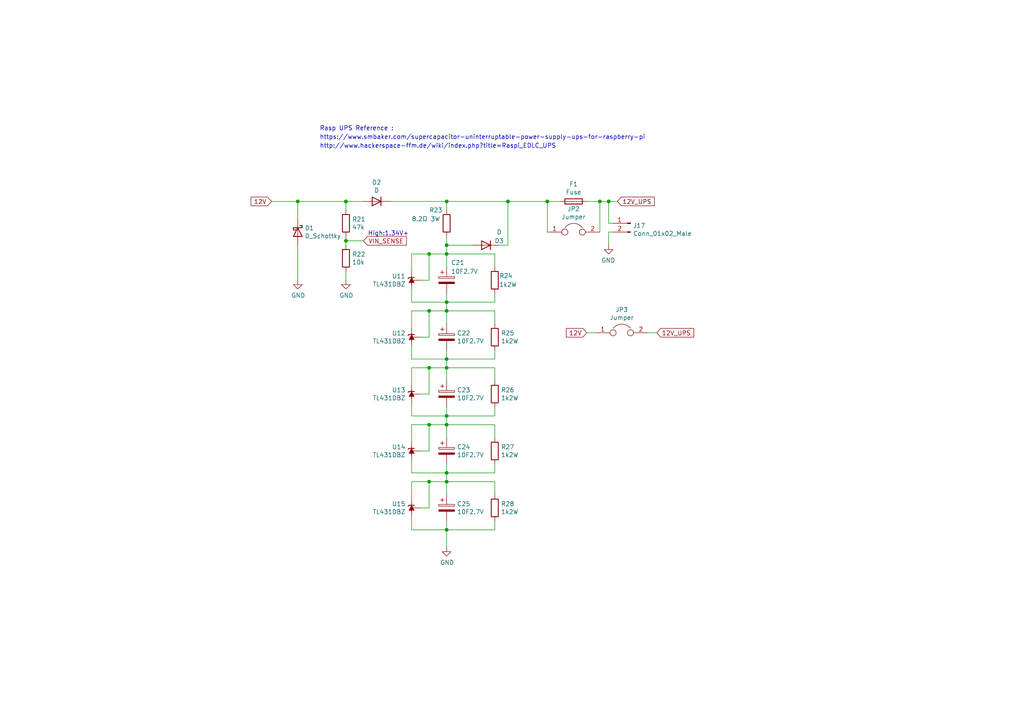
<source format=kicad_sch>
(kicad_sch (version 20211123) (generator eeschema)
  (paper "A4")
  (lib_symbols
    (symbol "Connector:Conn_01x02_Male" (pin_names (offset 1.016) hide)
      (property "Reference" "J" (at 0 2.54 0))
      (property "Value" "Conn_01x02_Male" (at 0 -5.08 0))
      (symbol "Conn_01x02_Male_1_1"
        (polyline (pts (xy 1.27 -2.54) (xy 0.8636 -2.54)) (stroke (width 0.1524)))
        (polyline (pts (xy 1.27 0) (xy 0.8636 0)) (stroke (width 0.1524)))
        (rectangle (start 0.8636 -2.413) (end 0 -2.667) (stroke (width 0.1524)) (fill (type outline)))
        (rectangle (start 0.8636 0.127) (end 0 -0.127) (stroke (width 0.1524)) (fill (type outline)))
        (pin passive line (at 5.08 0 180) (length 3.81) (name "Pin_1") (number "1"))
        (pin passive line (at 5.08 -2.54 180) (length 3.81) (name "Pin_2") (number "2"))
      )
    )
    (symbol "Device:CP" (pin_numbers hide) (pin_names (offset 0.254))
      (property "Reference" "C" (at 0.635 2.54 0))
      (property "Value" "Device_CP" (at 0.635 -2.54 0))
      (symbol "CP_0_1"
        (rectangle (start -2.286 0.508) (end 2.286 1.016))
        (polyline (pts (xy -1.778 2.286) (xy -0.762 2.286)))
        (polyline (pts (xy -1.27 2.794) (xy -1.27 1.778)))
        (rectangle (start 2.286 -0.508) (end -2.286 -1.016) (fill (type outline)))
      )
      (symbol "CP_1_1"
        (pin passive line (at 0 3.81 270) (length 2.794) (name "~") (number "1"))
        (pin passive line (at 0 -3.81 90) (length 2.794) (name "~") (number "2"))
      )
    )
    (symbol "Device:D" (pin_numbers hide) (pin_names (offset 1.016) hide)
      (property "Reference" "D" (at 0 2.54 0))
      (property "Value" "D" (at 0 -2.54 0))
      (symbol "D_0_1"
        (polyline (pts (xy -1.27 1.27) (xy -1.27 -1.27)) (stroke (width 0.254)))
        (polyline (pts (xy 1.27 0) (xy -1.27 0)))
        (polyline (pts (xy 1.27 1.27) (xy 1.27 -1.27) (xy -1.27 0) (xy 1.27 1.27)) (stroke (width 0.254)))
      )
      (symbol "D_1_1"
        (pin passive line (at -3.81 0 0) (length 2.54) (name "K") (number "1"))
        (pin passive line (at 3.81 0 180) (length 2.54) (name "A") (number "2"))
      )
    )
    (symbol "Device:D_Schottky" (pin_numbers hide) (pin_names (offset 1.016) hide)
      (property "Reference" "D" (at 0 2.54 0))
      (property "Value" "D_Schottky" (at 0 -2.54 0))
      (symbol "D_Schottky_0_1"
        (polyline (pts (xy 1.27 0) (xy -1.27 0)))
        (polyline (pts (xy 1.27 1.27) (xy 1.27 -1.27) (xy -1.27 0) (xy 1.27 1.27)) (stroke (width 0.254)))
        (polyline (pts (xy -1.905 0.635) (xy -1.905 1.27) (xy -1.27 1.27) (xy -1.27 -1.27) (xy -0.635 -1.27) (xy -0.635 -0.635)) (stroke (width 0.254)))
      )
      (symbol "D_Schottky_1_1"
        (pin passive line (at -3.81 0 0) (length 2.54) (name "K") (number "1"))
        (pin passive line (at 3.81 0 180) (length 2.54) (name "A") (number "2"))
      )
    )
    (symbol "Device:Fuse" (pin_numbers hide) (pin_names (offset 0))
      (property "Reference" "F" (at 2.032 0 90))
      (property "Value" "Fuse" (at -1.905 0 90))
      (symbol "Fuse_0_1"
        (rectangle (start -0.762 -2.54) (end 0.762 2.54) (stroke (width 0.254)))
        (polyline (pts (xy 0 2.54) (xy 0 -2.54)))
      )
      (symbol "Fuse_1_1"
        (pin passive line (at 0 3.81 270) (length 1.27) (name "~") (number "1"))
        (pin passive line (at 0 -3.81 90) (length 1.27) (name "~") (number "2"))
      )
    )
    (symbol "Device:Jumper" (pin_names (offset 0.762) hide)
      (property "Reference" "JP" (at 0 3.81 0))
      (property "Value" "Device_Jumper" (at 0 -2.032 0))
      (symbol "Jumper_0_1"
        (circle (center -2.54 0) (radius 0.889))
        (arc (start 2.5146 1.27) (mid 0.0078 2.5097) (end -2.4892 1.27))
        (circle (center 2.54 0) (radius 0.889))
        (pin passive line (at -7.62 0 0) (length 4.191) (name "1") (number "1"))
        (pin passive line (at 7.62 0 180) (length 4.191) (name "2") (number "2"))
      )
    )
    (symbol "Device:R" (pin_numbers hide) (pin_names (offset 0))
      (property "Reference" "R" (at 2.032 0 90))
      (property "Value" "R" (at 0 0 90))
      (symbol "R_0_1"
        (rectangle (start -1.016 -2.54) (end 1.016 2.54) (stroke (width 0.254)))
      )
      (symbol "R_1_1"
        (pin passive line (at 0 3.81 270) (length 1.27) (name "~") (number "1"))
        (pin passive line (at 0 -3.81 90) (length 1.27) (name "~") (number "2"))
      )
    )
    (symbol "Reference_Voltage:TL431DBZ" (pin_numbers hide) (pin_names hide)
      (property "Reference" "U" (at -2.54 2.54 0))
      (property "Value" "TL431DBZ" (at 0 -2.54 0))
      (symbol "TL431DBZ_0_1"
        (polyline (pts (xy -1.27 0) (xy 0 0) (xy 1.27 0)))
        (polyline (pts (xy -0.762 0.762) (xy 0.762 0) (xy -0.762 -0.762)) (fill (type outline)))
        (polyline (pts (xy 0.508 -1.016) (xy 0.762 -0.762) (xy 0.762 0.762) (xy 0.762 0.762)) (stroke (width 0.254)))
      )
      (symbol "TL431DBZ_1_1"
        (pin passive line (at 2.54 0 180) (length 2.54) (name "K") (number "1"))
        (pin passive line (at 0 2.54 270) (length 2.54) (name "REF") (number "2"))
        (pin passive line (at -2.54 0 0) (length 2.54) (name "A") (number "3"))
      )
    )
    (symbol "power:GND" (power) (pin_names (offset 0))
      (property "Value" "GND" (at 0 -3.81 0))
      (symbol "GND_0_1"
        (polyline (pts (xy 0 0) (xy 0 -1.27) (xy 1.27 -1.27) (xy 0 -2.54) (xy -1.27 -1.27) (xy 0 -1.27)))
      )
      (symbol "GND_1_1"
        (pin power_in line (at 0 0 270) (length 0) hide (name "GND") (number "1"))
      )
    )
  )
  (junction (at 129.54 120.65))
  (junction (at 124.46 106.68))
  (junction (at 124.46 73.66))
  (junction (at 176.53 58.42))
  (junction (at 129.54 139.7))
  (junction (at 129.54 87.63))
  (junction (at 86.36 58.42))
  (junction (at 100.33 69.85))
  (junction (at 147.32 58.42))
  (junction (at 124.46 139.7))
  (junction (at 124.46 90.17))
  (junction (at 129.54 123.19))
  (junction (at 129.54 106.68))
  (junction (at 129.54 137.16))
  (junction (at 158.75 58.42))
  (junction (at 129.54 73.66))
  (junction (at 129.54 153.67))
  (junction (at 124.46 123.19))
  (junction (at 129.54 71.12))
  (junction (at 100.33 58.42))
  (junction (at 129.54 104.14))
  (junction (at 129.54 58.42))
  (junction (at 129.54 90.17))
  (junction (at 173.99 58.42))
  (wire (pts (xy 119.38 90.17) (xy 124.46 90.17)))
  (wire (pts (xy 129.54 143.51) (xy 129.54 139.7)))
  (wire (pts (xy 176.53 64.77) (xy 176.53 58.42)))
  (wire (pts (xy 173.99 58.42) (xy 176.53 58.42)))
  (wire (pts (xy 121.92 97.79) (xy 124.46 97.79)))
  (wire (pts (xy 124.46 90.17) (xy 129.54 90.17)))
  (wire (pts (xy 129.54 73.66) (xy 143.51 73.66)))
  (wire (pts (xy 124.46 123.19) (xy 129.54 123.19)))
  (wire (pts (xy 86.36 58.42) (xy 78.74 58.42)))
  (wire (pts (xy 143.51 153.67) (xy 143.51 151.13)))
  (wire (pts (xy 129.54 134.62) (xy 129.54 137.16)))
  (wire (pts (xy 86.36 71.12) (xy 86.36 81.28)))
  (wire (pts (xy 124.46 73.66) (xy 129.54 73.66)))
  (wire (pts (xy 121.92 147.32) (xy 124.46 147.32)))
  (wire (pts (xy 119.38 78.74) (xy 119.38 73.66)))
  (wire (pts (xy 129.54 104.14) (xy 143.51 104.14)))
  (wire (pts (xy 143.51 104.14) (xy 143.51 101.6)))
  (wire (pts (xy 129.54 153.67) (xy 129.54 158.75)))
  (wire (pts (xy 129.54 127) (xy 129.54 123.19)))
  (wire (pts (xy 119.38 73.66) (xy 124.46 73.66)))
  (wire (pts (xy 129.54 93.98) (xy 129.54 90.17)))
  (wire (pts (xy 129.54 58.42) (xy 147.32 58.42)))
  (wire (pts (xy 119.38 95.25) (xy 119.38 90.17)))
  (wire (pts (xy 119.38 100.33) (xy 119.38 104.14)))
  (wire (pts (xy 129.54 71.12) (xy 129.54 73.66)))
  (wire (pts (xy 121.92 130.81) (xy 124.46 130.81)))
  (wire (pts (xy 100.33 68.58) (xy 100.33 69.85)))
  (wire (pts (xy 129.54 153.67) (xy 143.51 153.67)))
  (wire (pts (xy 129.54 60.96) (xy 129.54 58.42)))
  (wire (pts (xy 100.33 69.85) (xy 100.33 71.12)))
  (wire (pts (xy 129.54 120.65) (xy 129.54 123.19)))
  (wire (pts (xy 119.38 144.78) (xy 119.38 139.7)))
  (wire (pts (xy 105.41 58.42) (xy 100.33 58.42)))
  (wire (pts (xy 129.54 120.65) (xy 143.51 120.65)))
  (wire (pts (xy 143.51 90.17) (xy 143.51 93.98)))
  (wire (pts (xy 124.46 130.81) (xy 124.46 123.19)))
  (wire (pts (xy 124.46 114.3) (xy 124.46 106.68)))
  (wire (pts (xy 147.32 71.12) (xy 147.32 58.42)))
  (wire (pts (xy 119.38 120.65) (xy 129.54 120.65)))
  (wire (pts (xy 143.51 77.47) (xy 143.51 73.66)))
  (wire (pts (xy 119.38 104.14) (xy 129.54 104.14)))
  (wire (pts (xy 121.92 114.3) (xy 124.46 114.3)))
  (wire (pts (xy 143.51 120.65) (xy 143.51 118.11)))
  (wire (pts (xy 170.18 96.52) (xy 172.72 96.52)))
  (wire (pts (xy 129.54 101.6) (xy 129.54 104.14)))
  (wire (pts (xy 119.38 116.84) (xy 119.38 120.65)))
  (wire (pts (xy 129.54 118.11) (xy 129.54 120.65)))
  (wire (pts (xy 158.75 58.42) (xy 158.75 67.31)))
  (wire (pts (xy 119.38 83.82) (xy 119.38 87.63)))
  (wire (pts (xy 129.54 90.17) (xy 143.51 90.17)))
  (wire (pts (xy 105.41 69.85) (xy 100.33 69.85)))
  (wire (pts (xy 129.54 87.63) (xy 129.54 90.17)))
  (wire (pts (xy 121.92 81.28) (xy 124.46 81.28)))
  (wire (pts (xy 119.38 153.67) (xy 129.54 153.67)))
  (wire (pts (xy 144.78 71.12) (xy 147.32 71.12)))
  (wire (pts (xy 129.54 106.68) (xy 143.51 106.68)))
  (wire (pts (xy 129.54 87.63) (xy 143.51 87.63)))
  (wire (pts (xy 129.54 77.47) (xy 129.54 73.66)))
  (wire (pts (xy 177.8 67.31) (xy 176.53 67.31)))
  (wire (pts (xy 119.38 139.7) (xy 124.46 139.7)))
  (wire (pts (xy 176.53 58.42) (xy 179.07 58.42)))
  (wire (pts (xy 129.54 104.14) (xy 129.54 106.68)))
  (wire (pts (xy 129.54 110.49) (xy 129.54 106.68)))
  (wire (pts (xy 129.54 85.09) (xy 129.54 87.63)))
  (wire (pts (xy 143.51 87.63) (xy 143.51 85.09)))
  (wire (pts (xy 129.54 123.19) (xy 143.51 123.19)))
  (wire (pts (xy 119.38 128.27) (xy 119.38 123.19)))
  (wire (pts (xy 129.54 139.7) (xy 143.51 139.7)))
  (wire (pts (xy 100.33 60.96) (xy 100.33 58.42)))
  (wire (pts (xy 147.32 58.42) (xy 158.75 58.42)))
  (wire (pts (xy 143.51 137.16) (xy 143.51 134.62)))
  (wire (pts (xy 119.38 133.35) (xy 119.38 137.16)))
  (wire (pts (xy 170.18 58.42) (xy 173.99 58.42)))
  (wire (pts (xy 119.38 137.16) (xy 129.54 137.16)))
  (wire (pts (xy 119.38 149.86) (xy 119.38 153.67)))
  (wire (pts (xy 119.38 106.68) (xy 124.46 106.68)))
  (wire (pts (xy 129.54 137.16) (xy 143.51 137.16)))
  (wire (pts (xy 143.51 106.68) (xy 143.51 110.49)))
  (wire (pts (xy 158.75 58.42) (xy 162.56 58.42)))
  (wire (pts (xy 143.51 123.19) (xy 143.51 127)))
  (wire (pts (xy 124.46 147.32) (xy 124.46 139.7)))
  (wire (pts (xy 113.03 58.42) (xy 129.54 58.42)))
  (wire (pts (xy 173.99 58.42) (xy 173.99 67.31)))
  (wire (pts (xy 129.54 151.13) (xy 129.54 153.67)))
  (wire (pts (xy 124.46 97.79) (xy 124.46 90.17)))
  (wire (pts (xy 143.51 139.7) (xy 143.51 143.51)))
  (wire (pts (xy 124.46 81.28) (xy 124.46 73.66)))
  (wire (pts (xy 100.33 78.74) (xy 100.33 81.28)))
  (wire (pts (xy 176.53 67.31) (xy 176.53 71.12)))
  (wire (pts (xy 129.54 68.58) (xy 129.54 71.12)))
  (wire (pts (xy 119.38 111.76) (xy 119.38 106.68)))
  (wire (pts (xy 124.46 106.68) (xy 129.54 106.68)))
  (wire (pts (xy 129.54 71.12) (xy 137.16 71.12)))
  (wire (pts (xy 187.96 96.52) (xy 190.5 96.52)))
  (wire (pts (xy 177.8 64.77) (xy 176.53 64.77)))
  (wire (pts (xy 124.46 139.7) (xy 129.54 139.7)))
  (wire (pts (xy 86.36 58.42) (xy 100.33 58.42)))
  (wire (pts (xy 119.38 123.19) (xy 124.46 123.19)))
  (wire (pts (xy 119.38 87.63) (xy 129.54 87.63)))
  (wire (pts (xy 86.36 63.5) (xy 86.36 58.42)))
  (wire (pts (xy 129.54 137.16) (xy 129.54 139.7)))
  (text "Rasp UPS Reference :" (at 92.71 38.1 0) (effects (font (size 1.27 1.27)) (justify left bottom)))
  (text "http://www.hackerspace-ffm.de/wiki/index.php?title=Raspi_EDLC_UPS" (at 92.71 43.18 0) (effects (font (size 1.27 1.27)) (justify left bottom)))
  (text "High:1.34V+" (at 106.68 68.58 0) (effects (font (size 1.27 1.27)) (justify left bottom)))
  (text "https://www.smbaker.com/supercapacitor-uninterruptable-power-supply-ups-for-raspberry-pi" (at 92.71 40.64 0) (effects (font (size 1.27 1.27)) (justify left bottom)))
  (global_label "12V" (shape input) (at 78.74 58.42 180) (property "Intersheet References" "${INTERSHEET_REFS}" (effects hide)))
  (global_label "12V_UPS" (shape input) (at 190.5 96.52 0) (property "Intersheet References" "${INTERSHEET_REFS}" (effects hide)))
  (global_label "12V_UPS" (shape input) (at 179.07 58.42 0) (property "Intersheet References" "${INTERSHEET_REFS}" (effects hide)))
  (global_label "VIN_SENSE" (shape input) (at 105.41 69.85 0) (property "Intersheet References" "${INTERSHEET_REFS}" (effects hide)))
  (global_label "12V" (shape input) (at 170.18 96.52 180) (property "Intersheet References" "${INTERSHEET_REFS}" (effects hide)))
  (symbol (lib_id "power:GND") (at 86.36 81.28 0)
    (property "Reference" "#PWR021" (effects hide))
    (property "Value" "GND" (at 86.487 85.6742 0))
  )
  (symbol (lib_id "Device:D_Schottky") (at 86.36 67.31 270)
    (property "Reference" "D1" (at 88.392 66.1416 90) (effects (justify left)))
    (property "Value" "D_Schottky" (at 88.392 68.453 90) (effects (justify left)))
    (property "Footprint" "Ninja-qPCR:MSS1P3L-M3&slash_89A" (effects hide))
  )
  (symbol (lib_id "Device:R") (at 100.33 74.93 0)
    (property "Reference" "R22" (at 102.108 73.7616 0) (effects (justify left)))
    (property "Value" "10k" (at 102.108 76.073 0) (effects (justify left)))
    (property "Footprint" "Resistors_SMD:R_0603" (effects hide))
  )
  (symbol (lib_id "power:GND") (at 100.33 81.28 0)
    (property "Reference" "#PWR022" (effects hide))
    (property "Value" "GND" (at 100.457 85.6742 0))
  )
  (symbol (lib_id "Device:R") (at 100.33 64.77 0)
    (property "Reference" "R21" (at 102.108 63.6016 0) (effects (justify left)))
    (property "Value" "47k" (at 102.108 65.913 0) (effects (justify left)))
    (property "Footprint" "Resistors_SMD:R_0603" (effects hide))
  )
  (symbol (lib_id "Device:D") (at 109.22 58.42 180)
    (property "Reference" "D2" (at 109.22 52.9082 0))
    (property "Value" "D" (at 109.22 55.2196 0))
    (property "Footprint" "Diodes_SMD:D_SMB" (effects hide))
  )
  (symbol (lib_id "power:GND") (at 176.53 71.12 0) (mirror y)
    (property "Reference" "#PWR024" (effects hide))
    (property "Value" "GND" (at 176.403 75.5142 0))
  )
  (symbol (lib_id "Connector:Conn_01x02_Male") (at 182.88 64.77 0) (mirror y)
    (property "Reference" "J17" (at 183.5912 65.4304 0) (effects (justify right)))
    (property "Value" "Conn_01x02_Male" (at 183.5912 67.7418 0) (effects (justify right)))
    (property "Footprint" "Pin_Headers:Pin_Header_Straight_1x02_Pitch2.54mm" (effects hide))
  )
  (symbol (lib_id "Device:Fuse") (at 166.37 58.42 270)
    (property "Reference" "F1" (at 166.37 53.4162 90))
    (property "Value" "Fuse" (at 166.37 55.7276 90))
    (property "Footprint" "Resistors_SMD:R_2512" (effects hide))
  )
  (symbol (lib_id "Device:R") (at 129.54 64.77 180)
    (property "Reference" "R23" (at 124.46 60.96 0) (effects (justify right)))
    (property "Value" "8.2Ω 3W" (at 119.38 63.5 0) (effects (justify right)))
    (property "Footprint" "Resistors_ThroughHole:R_Axial_DIN0516_L15.5mm_D5.0mm_P20.32mm_Horizontal" (effects hide))
  )
  (symbol (lib_id "Device:Jumper") (at 166.37 67.31 0)
    (property "Reference" "JP2" (at 166.37 60.6044 0))
    (property "Value" "Jumper" (at 166.37 62.9158 0))
    (property "Footprint" "Jumper:SolderJumper-2_P1.3mm_Open_TrianglePad1.0x1.5mm" (effects hide))
  )
  (symbol (lib_id "Device:R") (at 143.51 147.32 180)
    (property "Reference" "R28" (at 145.288 146.1516 0) (effects (justify right)))
    (property "Value" "1k2W" (at 145.288 148.463 0) (effects (justify right)))
    (property "Footprint" "Resistors_SMD:R_2512" (effects hide))
  )
  (symbol (lib_id "Device:D") (at 140.97 71.12 180)
    (property "Reference" "D3" (at 144.78 69.85 0))
    (property "Value" "D" (at 144.78 67.31 0))
    (property "Footprint" "Diodes_SMD:D_SMB" (effects hide))
  )
  (symbol (lib_id "power:GND") (at 129.54 158.75 0)
    (property "Reference" "#PWR023" (effects hide))
    (property "Value" "GND" (at 129.667 163.1442 0))
  )
  (symbol (lib_id "Device:CP") (at 129.54 147.32 0)
    (property "Reference" "C25" (at 132.5372 146.1516 0) (effects (justify left)))
    (property "Value" "10F2.7V" (at 132.5372 148.463 0) (effects (justify left)))
    (property "Footprint" "Ninja-qPCR:CP_Radial_D12.5mm_P5.00mm" (effects hide))
  )
  (symbol (lib_id "Device:R") (at 143.51 130.81 180)
    (property "Reference" "R27" (at 145.288 129.6416 0) (effects (justify right)))
    (property "Value" "1k2W" (at 145.288 131.953 0) (effects (justify right)))
    (property "Footprint" "Resistors_SMD:R_2512" (effects hide))
  )
  (symbol (lib_id "Device:CP") (at 129.54 130.81 0)
    (property "Reference" "C24" (at 132.5372 129.6416 0) (effects (justify left)))
    (property "Value" "10F2.7V" (at 132.5372 131.953 0) (effects (justify left)))
    (property "Footprint" "Ninja-qPCR:CP_Radial_D12.5mm_P5.00mm" (effects hide))
  )
  (symbol (lib_id "Device:R") (at 143.51 114.3 180)
    (property "Reference" "R26" (at 145.288 113.1316 0) (effects (justify right)))
    (property "Value" "1k2W" (at 145.288 115.443 0) (effects (justify right)))
    (property "Footprint" "Resistors_SMD:R_2512" (effects hide))
  )
  (symbol (lib_id "Device:CP") (at 129.54 114.3 0)
    (property "Reference" "C23" (at 132.5372 113.1316 0) (effects (justify left)))
    (property "Value" "10F2.7V" (at 132.5372 115.443 0) (effects (justify left)))
    (property "Footprint" "Ninja-qPCR:CP_Radial_D12.5mm_P5.00mm" (effects hide))
  )
  (symbol (lib_id "Device:R") (at 143.51 97.79 180)
    (property "Reference" "R25" (at 145.288 96.6216 0) (effects (justify right)))
    (property "Value" "1k2W" (at 145.288 98.933 0) (effects (justify right)))
    (property "Footprint" "Resistors_SMD:R_2512" (effects hide))
  )
  (symbol (lib_id "Device:CP") (at 129.54 97.79 0)
    (property "Reference" "C22" (at 132.5372 96.6216 0) (effects (justify left)))
    (property "Value" "10F2.7V" (at 132.5372 98.933 0) (effects (justify left)))
    (property "Footprint" "Ninja-qPCR:CP_Radial_D12.5mm_P5.00mm" (effects hide))
  )
  (symbol (lib_id "Device:R") (at 143.51 81.28 180)
    (property "Reference" "R24" (at 144.78 80.01 0) (effects (justify right)))
    (property "Value" "1k2W" (at 144.78 82.55 0) (effects (justify right)))
    (property "Footprint" "Resistors_SMD:R_2512" (effects hide))
  )
  (symbol (lib_id "Device:CP") (at 129.54 81.28 0)
    (property "Reference" "C21" (at 130.81 76.2 0) (effects (justify left)))
    (property "Value" "10F2.7V" (at 130.81 78.74 0) (effects (justify left)))
    (property "Footprint" "Ninja-qPCR:CP_Radial_D12.5mm_P5.00mm" (effects hide))
  )
  (symbol (lib_id "Device:Jumper") (at 180.34 96.52 0)
    (property "Reference" "JP3" (at 180.34 89.8144 0))
    (property "Value" "Jumper" (at 180.34 92.1258 0))
    (property "Footprint" "Jumper:SolderJumper-2_P1.3mm_Open_TrianglePad1.0x1.5mm" (effects hide))
  )
  (symbol (lib_id "Reference_Voltage:TL431DBZ") (at 119.38 81.28 270) (mirror x)
    (property "Reference" "U11" (at 117.6274 80.1116 90) (effects (justify right)))
    (property "Value" "TL431DBZ" (at 117.6274 82.423 90) (effects (justify right)))
    (property "Footprint" "TO_SOT_Packages_SMD:SOT-23" (effects hide))
    (property "Datasheet" "http://www.ti.com/lit/ds/symlink/tl431.pdf" (effects hide))
  )
  (symbol (lib_id "Reference_Voltage:TL431DBZ") (at 119.38 97.79 270) (mirror x)
    (property "Reference" "U12" (at 117.6274 96.6216 90) (effects (justify right)))
    (property "Value" "TL431DBZ" (at 117.6274 98.933 90) (effects (justify right)))
    (property "Footprint" "TO_SOT_Packages_SMD:SOT-23" (effects hide))
    (property "Datasheet" "http://www.ti.com/lit/ds/symlink/tl431.pdf" (effects hide))
  )
  (symbol (lib_id "Reference_Voltage:TL431DBZ") (at 119.38 114.3 270) (mirror x)
    (property "Reference" "U13" (at 117.6274 113.1316 90) (effects (justify right)))
    (property "Value" "TL431DBZ" (at 117.6274 115.443 90) (effects (justify right)))
    (property "Footprint" "TO_SOT_Packages_SMD:SOT-23" (effects hide))
    (property "Datasheet" "http://www.ti.com/lit/ds/symlink/tl431.pdf" (effects hide))
  )
  (symbol (lib_id "Reference_Voltage:TL431DBZ") (at 119.38 130.81 270) (mirror x)
    (property "Reference" "U14" (at 117.6274 129.6416 90) (effects (justify right)))
    (property "Value" "TL431DBZ" (at 117.6274 131.953 90) (effects (justify right)))
    (property "Footprint" "TO_SOT_Packages_SMD:SOT-23" (effects hide))
    (property "Datasheet" "http://www.ti.com/lit/ds/symlink/tl431.pdf" (effects hide))
  )
  (symbol (lib_id "Reference_Voltage:TL431DBZ") (at 119.38 147.32 270) (mirror x)
    (property "Reference" "U15" (at 117.6274 146.1516 90) (effects (justify right)))
    (property "Value" "TL431DBZ" (at 117.6274 148.463 90) (effects (justify right)))
    (property "Footprint" "TO_SOT_Packages_SMD:SOT-23" (effects hide))
    (property "Datasheet" "http://www.ti.com/lit/ds/symlink/tl431.pdf" (effects hide))
  )
)
</source>
